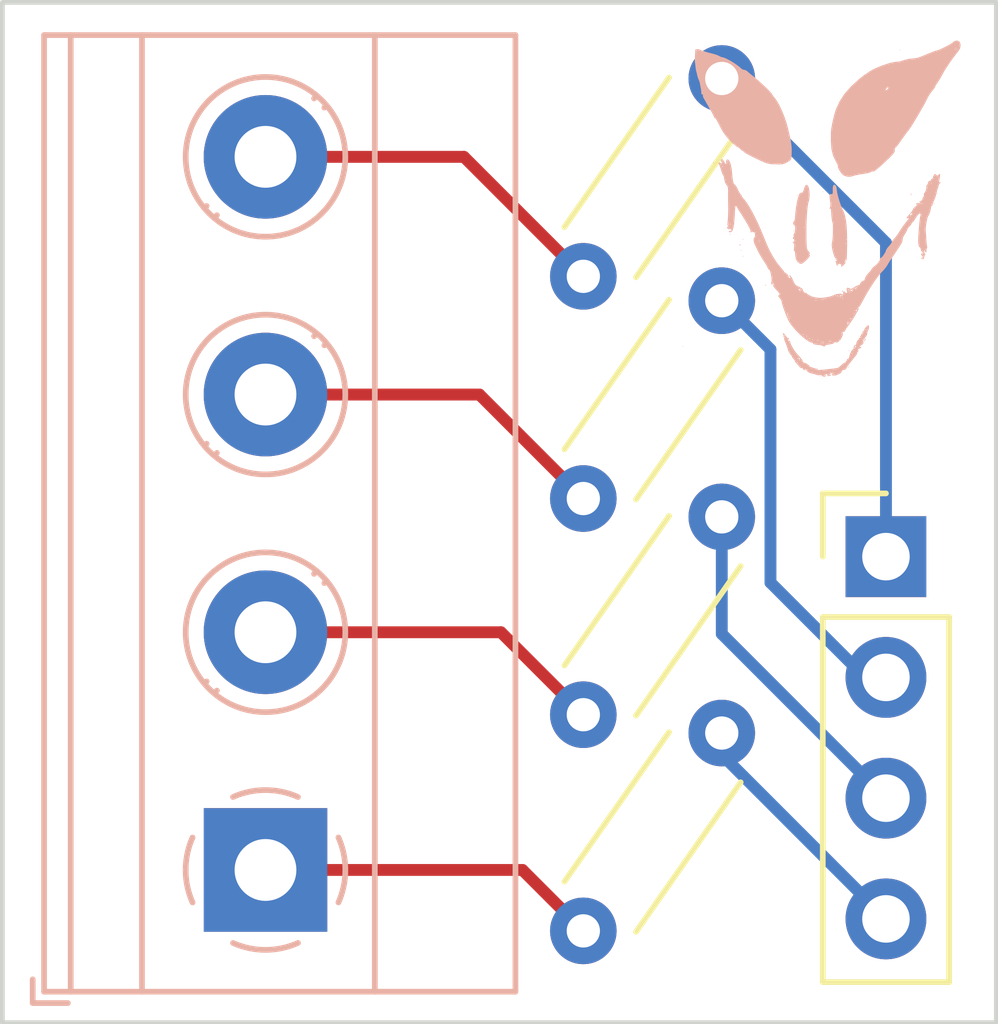
<source format=kicad_pcb>
(kicad_pcb (version 20221018) (generator pcbnew)
  (layers (0 "F.Cu" signal) (31 "B.Cu" signal) (34 "B.Paste" user) (35 "F.Paste" user) (36 "B.SilkS" user "B.Silkscreen") (37 "F.SilkS" user "F.Silkscreen") (38 "B.Mask" user) (39 "F.Mask" user) (44 "Edge.Cuts" user))
  (net 0 "")
  (net 1 "/PIN2")
  (net 2 "/PIN3")
  (net 3 "/PIN4")
  (net 4 "/PIN5")
  (net 5 "Net-(J1-Pin_4)")
  (net 6 "Net-(J1-Pin_3)")
  (net 7 "Net-(J1-Pin_2)")
  (net 8 "Net-(J1-Pin_1)")
  (footprint "Resistor_THT:R_Axial_DIN0204_L3.6mm_D1.6mm_P5.08mm_Horizontal" (layer "F.Cu") (at 130.065492 81.436367 55)
    (fp_text reference "R5" hide)
    (fp_text value "4.7K" hide)
    (pad "1" thru_hole circle (at 0 0 55) (size 1.4 1.4) (drill 0.7) (layers "*.Cu" "*.Mask") (net 6 "Net-(J1-Pin_3)"))
    (pad "2" thru_hole oval (at 5.08 0 55) (size 1.4 1.4) (drill 0.7) (layers "*.Cu" "*.Mask") (net 3 "/PIN4"))
  )
  (footprint "Resistor_THT:R_Axial_DIN0204_L3.6mm_D1.6mm_P5.08mm_Horizontal" (layer "F.Cu") (at 130.065492 90.530367 55)
    (fp_text reference "R7" hide)
    (fp_text value "4.7K" hide)
    (pad "1" thru_hole circle (at 0 0 55) (size 1.4 1.4) (drill 0.7) (layers "*.Cu" "*.Mask") (net 8 "Net-(J1-Pin_1)"))
    (pad "2" thru_hole oval (at 5.08 0 55) (size 1.4 1.4) (drill 0.7) (layers "*.Cu" "*.Mask") (net 1 "/PIN2"))
  )
  (footprint "Resistor_THT:R_Axial_DIN0204_L3.6mm_D1.6mm_P5.08mm_Horizontal" (layer "F.Cu") (at 130.065492 85.983367 55)
    (fp_text reference "R6" hide)
    (fp_text value "4.7K" hide)
    (pad "1" thru_hole circle (at 0 0 55) (size 1.4 1.4) (drill 0.7) (layers "*.Cu" "*.Mask") (net 7 "Net-(J1-Pin_2)"))
    (pad "2" thru_hole oval (at 5.08 0 55) (size 1.4 1.4) (drill 0.7) (layers "*.Cu" "*.Mask") (net 2 "/PIN3"))
  )
  (footprint "Connector_PinHeader_2.54mm:PinHeader_1x04_P2.54mm_Vertical" (layer "F.Cu") (at 136.435342 82.65865)
    (fp_text reference "J3" hide)
    (fp_text value "ARDUINO_HEADER" hide)
    (pad "1" thru_hole rect (at 0 0) (size 1.7 1.7) (drill 1) (layers "*.Cu" "*.Mask") (net 4 "/PIN5"))
    (pad "2" thru_hole oval (at 0 2.54) (size 1.7 1.7) (drill 1) (layers "*.Cu" "*.Mask") (net 3 "/PIN4"))
    (pad "3" thru_hole oval (at 0 5.08) (size 1.7 1.7) (drill 1) (layers "*.Cu" "*.Mask") (net 2 "/PIN3"))
    (pad "4" thru_hole oval (at 0 7.62) (size 1.7 1.7) (drill 1) (layers "*.Cu" "*.Mask") (net 1 "/PIN2"))
  )
  (footprint "Resistor_THT:R_Axial_DIN0204_L3.6mm_D1.6mm_P5.08mm_Horizontal" (layer "F.Cu") (at 130.065492 76.762367 55)
    (fp_text reference "R4" hide)
    (fp_text value "4.7K" hide)
    (pad "1" thru_hole circle (at 0 0 55) (size 1.4 1.4) (drill 0.7) (layers "*.Cu" "*.Mask") (net 5 "Net-(J1-Pin_4)"))
    (pad "2" thru_hole oval (at 5.08 0 55) (size 1.4 1.4) (drill 0.7) (layers "*.Cu" "*.Mask") (net 4 "/PIN5"))
  )
  (footprint "scrapeboard_footprint_library:scrapeboard_logo_footprint" (layer "B.Cu") (at 135.15013 75.420942 180)
    (fp_text reference "G***" hide)
    (fp_text value "LOGO" hide)
  )
  (footprint "TerminalBlock_Phoenix:TerminalBlock_Phoenix_MKDS-1,5-4_1x04_P5.00mm_Horizontal" (layer "B.Cu") (at 123.375549 89.24913 90)
    (fp_text reference "J1" hide)
    (fp_text value "Screw_Terminal_01x04" hide)
    (pad "1" thru_hole rect (at 0 0 90) (size 2.6 2.6) (drill 1.3) (layers "*.Cu" "*.Mask") (net 8 "Net-(J1-Pin_1)"))
    (pad "2" thru_hole circle (at 5 0 90) (size 2.6 2.6) (drill 1.3) (layers "*.Cu" "*.Mask") (net 7 "Net-(J1-Pin_2)"))
    (pad "3" thru_hole circle (at 10 0 90) (size 2.6 2.6) (drill 1.3) (layers "*.Cu" "*.Mask") (net 6 "Net-(J1-Pin_3)"))
    (pad "4" thru_hole circle (at 15 0 90) (size 2.6 2.6) (drill 1.3) (layers "*.Cu" "*.Mask") (net 5 "Net-(J1-Pin_4)"))
  )
  (gr_rect (start 117.837561 71) (end 138.76 92.462166) (stroke (width 0.1)) (fill none) (layer "Edge.Cuts"))
  (segment (start 136.435342 90.27865) (end 132.97926 86.822568) (width 0.25) (layer "B.Cu") (net 1))
  (segment (start 132.97926 86.822568) (end 132.97926 86.369075) (width 0.25) (layer "B.Cu") (net 1))
  (segment (start 132.97926 84.282568) (end 132.97926 81.822075) (width 0.25) (layer "B.Cu") (net 2))
  (segment (start 136.435342 87.73865) (end 132.97926 84.282568) (width 0.25) (layer "B.Cu") (net 2))
  (segment (start 136.435342 85.19865) (end 135.99865 85.19865) (width 0.25) (layer "B.Cu") (net 3))
  (segment (start 134.00426 78.300075) (end 132.97926 77.275075) (width 0.25) (layer "B.Cu") (net 3))
  (segment (start 134.00426 83.20426) (end 134.00426 78.300075) (width 0.25) (layer "B.Cu") (net 3))
  (segment (start 135.99865 85.19865) (end 134.00426 83.20426) (width 0.25) (layer "B.Cu") (net 3))
  (segment (start 136.435342 82.65865) (end 136.435342 76.057157) (width 0.25) (layer "B.Cu") (net 4))
  (segment (start 136.435342 76.057157) (end 132.97926 72.601075) (width 0.25) (layer "B.Cu") (net 4))
  (segment (start 130.065492 76.762367) (end 127.552255 74.24913) (width 0.25) (layer "F.Cu") (net 5))
  (segment (start 127.552255 74.24913) (end 123.375549 74.24913) (width 0.25) (layer "F.Cu") (net 5))
  (segment (start 130.065492 81.436367) (end 127.878255 79.24913) (width 0.25) (layer "F.Cu") (net 6))
  (segment (start 127.878255 79.24913) (end 123.375549 79.24913) (width 0.25) (layer "F.Cu") (net 6))
  (segment (start 128.331255 84.24913) (end 123.375549 84.24913) (width 0.25) (layer "F.Cu") (net 7))
  (segment (start 130.065492 85.983367) (end 128.331255 84.24913) (width 0.25) (layer "F.Cu") (net 7))
  (segment (start 128.784255 89.24913) (end 123.375549 89.24913) (width 0.25) (layer "F.Cu") (net 8))
  (segment (start 130.065492 90.530367) (end 128.784255 89.24913) (width 0.25) (layer "F.Cu") (net 8))
)
</source>
